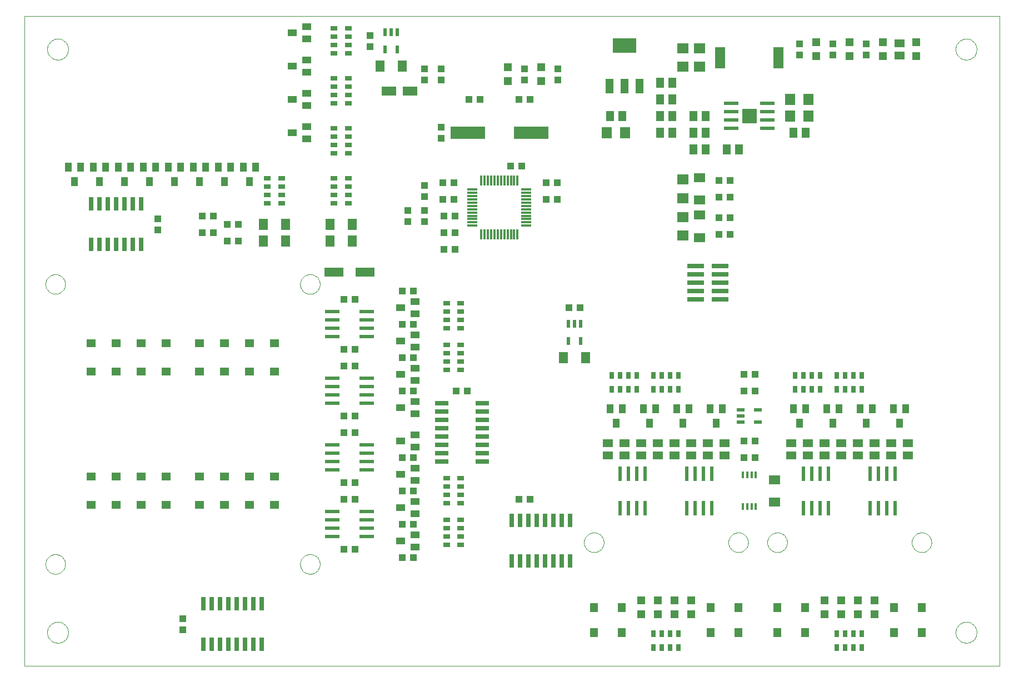
<source format=gtp>
G75*
G70*
%OFA0B0*%
%FSLAX24Y24*%
%IPPOS*%
%LPD*%
%AMOC8*
5,1,8,0,0,1.08239X$1,22.5*
%
%ADD10C,0.0000*%
%ADD11R,0.0551X0.0394*%
%ADD12R,0.0433X0.0295*%
%ADD13R,0.0394X0.0551*%
%ADD14R,0.0551X0.0709*%
%ADD15R,0.0433X0.0394*%
%ADD16R,0.0260X0.0800*%
%ADD17R,0.0394X0.0433*%
%ADD18R,0.0870X0.0240*%
%ADD19R,0.0579X0.0500*%
%ADD20R,0.0591X0.0512*%
%ADD21R,0.0295X0.0433*%
%ADD22R,0.0240X0.0870*%
%ADD23R,0.0500X0.0579*%
%ADD24R,0.0472X0.0472*%
%ADD25R,0.0217X0.0472*%
%ADD26R,0.0906X0.0906*%
%ADD27R,0.0512X0.0591*%
%ADD28R,0.0630X0.1299*%
%ADD29R,0.0630X0.0709*%
%ADD30R,0.0709X0.0630*%
%ADD31R,0.0480X0.0880*%
%ADD32R,0.1417X0.0866*%
%ADD33R,0.0161X0.0402*%
%ADD34R,0.0709X0.0551*%
%ADD35R,0.0472X0.0236*%
%ADD36R,0.0800X0.0260*%
%ADD37R,0.1024X0.0256*%
%ADD38R,0.0118X0.0630*%
%ADD39R,0.0630X0.0118*%
%ADD40R,0.2100X0.0760*%
%ADD41R,0.1181X0.0551*%
%ADD42R,0.0866X0.0551*%
D10*
X000655Y001159D02*
X000655Y040159D01*
X059155Y040159D01*
X059155Y001159D01*
X000655Y001159D01*
X002025Y003159D02*
X002027Y003209D01*
X002033Y003259D01*
X002043Y003308D01*
X002057Y003356D01*
X002074Y003403D01*
X002095Y003448D01*
X002120Y003492D01*
X002148Y003533D01*
X002180Y003572D01*
X002214Y003609D01*
X002251Y003643D01*
X002291Y003673D01*
X002333Y003700D01*
X002377Y003724D01*
X002423Y003745D01*
X002470Y003761D01*
X002518Y003774D01*
X002568Y003783D01*
X002617Y003788D01*
X002668Y003789D01*
X002718Y003786D01*
X002767Y003779D01*
X002816Y003768D01*
X002864Y003753D01*
X002910Y003735D01*
X002955Y003713D01*
X002998Y003687D01*
X003039Y003658D01*
X003078Y003626D01*
X003114Y003591D01*
X003146Y003553D01*
X003176Y003513D01*
X003203Y003470D01*
X003226Y003426D01*
X003245Y003380D01*
X003261Y003332D01*
X003273Y003283D01*
X003281Y003234D01*
X003285Y003184D01*
X003285Y003134D01*
X003281Y003084D01*
X003273Y003035D01*
X003261Y002986D01*
X003245Y002938D01*
X003226Y002892D01*
X003203Y002848D01*
X003176Y002805D01*
X003146Y002765D01*
X003114Y002727D01*
X003078Y002692D01*
X003039Y002660D01*
X002998Y002631D01*
X002955Y002605D01*
X002910Y002583D01*
X002864Y002565D01*
X002816Y002550D01*
X002767Y002539D01*
X002718Y002532D01*
X002668Y002529D01*
X002617Y002530D01*
X002568Y002535D01*
X002518Y002544D01*
X002470Y002557D01*
X002423Y002573D01*
X002377Y002594D01*
X002333Y002618D01*
X002291Y002645D01*
X002251Y002675D01*
X002214Y002709D01*
X002180Y002746D01*
X002148Y002785D01*
X002120Y002826D01*
X002095Y002870D01*
X002074Y002915D01*
X002057Y002962D01*
X002043Y003010D01*
X002033Y003059D01*
X002027Y003109D01*
X002025Y003159D01*
X001926Y007257D02*
X001928Y007305D01*
X001934Y007353D01*
X001944Y007400D01*
X001957Y007446D01*
X001975Y007491D01*
X001995Y007535D01*
X002020Y007577D01*
X002048Y007616D01*
X002078Y007653D01*
X002112Y007687D01*
X002149Y007719D01*
X002187Y007748D01*
X002228Y007773D01*
X002271Y007795D01*
X002316Y007813D01*
X002362Y007827D01*
X002409Y007838D01*
X002457Y007845D01*
X002505Y007848D01*
X002553Y007847D01*
X002601Y007842D01*
X002649Y007833D01*
X002695Y007821D01*
X002740Y007804D01*
X002784Y007784D01*
X002826Y007761D01*
X002866Y007734D01*
X002904Y007704D01*
X002939Y007671D01*
X002971Y007635D01*
X003001Y007597D01*
X003027Y007556D01*
X003049Y007513D01*
X003069Y007469D01*
X003084Y007424D01*
X003096Y007377D01*
X003104Y007329D01*
X003108Y007281D01*
X003108Y007233D01*
X003104Y007185D01*
X003096Y007137D01*
X003084Y007090D01*
X003069Y007045D01*
X003049Y007001D01*
X003027Y006958D01*
X003001Y006917D01*
X002971Y006879D01*
X002939Y006843D01*
X002904Y006810D01*
X002866Y006780D01*
X002826Y006753D01*
X002784Y006730D01*
X002740Y006710D01*
X002695Y006693D01*
X002649Y006681D01*
X002601Y006672D01*
X002553Y006667D01*
X002505Y006666D01*
X002457Y006669D01*
X002409Y006676D01*
X002362Y006687D01*
X002316Y006701D01*
X002271Y006719D01*
X002228Y006741D01*
X002187Y006766D01*
X002149Y006795D01*
X002112Y006827D01*
X002078Y006861D01*
X002048Y006898D01*
X002020Y006937D01*
X001995Y006979D01*
X001975Y007023D01*
X001957Y007068D01*
X001944Y007114D01*
X001934Y007161D01*
X001928Y007209D01*
X001926Y007257D01*
X017202Y007257D02*
X017204Y007305D01*
X017210Y007353D01*
X017220Y007400D01*
X017233Y007446D01*
X017251Y007491D01*
X017271Y007535D01*
X017296Y007577D01*
X017324Y007616D01*
X017354Y007653D01*
X017388Y007687D01*
X017425Y007719D01*
X017463Y007748D01*
X017504Y007773D01*
X017547Y007795D01*
X017592Y007813D01*
X017638Y007827D01*
X017685Y007838D01*
X017733Y007845D01*
X017781Y007848D01*
X017829Y007847D01*
X017877Y007842D01*
X017925Y007833D01*
X017971Y007821D01*
X018016Y007804D01*
X018060Y007784D01*
X018102Y007761D01*
X018142Y007734D01*
X018180Y007704D01*
X018215Y007671D01*
X018247Y007635D01*
X018277Y007597D01*
X018303Y007556D01*
X018325Y007513D01*
X018345Y007469D01*
X018360Y007424D01*
X018372Y007377D01*
X018380Y007329D01*
X018384Y007281D01*
X018384Y007233D01*
X018380Y007185D01*
X018372Y007137D01*
X018360Y007090D01*
X018345Y007045D01*
X018325Y007001D01*
X018303Y006958D01*
X018277Y006917D01*
X018247Y006879D01*
X018215Y006843D01*
X018180Y006810D01*
X018142Y006780D01*
X018102Y006753D01*
X018060Y006730D01*
X018016Y006710D01*
X017971Y006693D01*
X017925Y006681D01*
X017877Y006672D01*
X017829Y006667D01*
X017781Y006666D01*
X017733Y006669D01*
X017685Y006676D01*
X017638Y006687D01*
X017592Y006701D01*
X017547Y006719D01*
X017504Y006741D01*
X017463Y006766D01*
X017425Y006795D01*
X017388Y006827D01*
X017354Y006861D01*
X017324Y006898D01*
X017296Y006937D01*
X017271Y006979D01*
X017251Y007023D01*
X017233Y007068D01*
X017220Y007114D01*
X017210Y007161D01*
X017204Y007209D01*
X017202Y007257D01*
X034233Y008561D02*
X034235Y008609D01*
X034241Y008657D01*
X034251Y008704D01*
X034264Y008750D01*
X034282Y008795D01*
X034302Y008839D01*
X034327Y008881D01*
X034355Y008920D01*
X034385Y008957D01*
X034419Y008991D01*
X034456Y009023D01*
X034494Y009052D01*
X034535Y009077D01*
X034578Y009099D01*
X034623Y009117D01*
X034669Y009131D01*
X034716Y009142D01*
X034764Y009149D01*
X034812Y009152D01*
X034860Y009151D01*
X034908Y009146D01*
X034956Y009137D01*
X035002Y009125D01*
X035047Y009108D01*
X035091Y009088D01*
X035133Y009065D01*
X035173Y009038D01*
X035211Y009008D01*
X035246Y008975D01*
X035278Y008939D01*
X035308Y008901D01*
X035334Y008860D01*
X035356Y008817D01*
X035376Y008773D01*
X035391Y008728D01*
X035403Y008681D01*
X035411Y008633D01*
X035415Y008585D01*
X035415Y008537D01*
X035411Y008489D01*
X035403Y008441D01*
X035391Y008394D01*
X035376Y008349D01*
X035356Y008305D01*
X035334Y008262D01*
X035308Y008221D01*
X035278Y008183D01*
X035246Y008147D01*
X035211Y008114D01*
X035173Y008084D01*
X035133Y008057D01*
X035091Y008034D01*
X035047Y008014D01*
X035002Y007997D01*
X034956Y007985D01*
X034908Y007976D01*
X034860Y007971D01*
X034812Y007970D01*
X034764Y007973D01*
X034716Y007980D01*
X034669Y007991D01*
X034623Y008005D01*
X034578Y008023D01*
X034535Y008045D01*
X034494Y008070D01*
X034456Y008099D01*
X034419Y008131D01*
X034385Y008165D01*
X034355Y008202D01*
X034327Y008241D01*
X034302Y008283D01*
X034282Y008327D01*
X034264Y008372D01*
X034251Y008418D01*
X034241Y008465D01*
X034235Y008513D01*
X034233Y008561D01*
X042895Y008561D02*
X042897Y008609D01*
X042903Y008657D01*
X042913Y008704D01*
X042926Y008750D01*
X042944Y008795D01*
X042964Y008839D01*
X042989Y008881D01*
X043017Y008920D01*
X043047Y008957D01*
X043081Y008991D01*
X043118Y009023D01*
X043156Y009052D01*
X043197Y009077D01*
X043240Y009099D01*
X043285Y009117D01*
X043331Y009131D01*
X043378Y009142D01*
X043426Y009149D01*
X043474Y009152D01*
X043522Y009151D01*
X043570Y009146D01*
X043618Y009137D01*
X043664Y009125D01*
X043709Y009108D01*
X043753Y009088D01*
X043795Y009065D01*
X043835Y009038D01*
X043873Y009008D01*
X043908Y008975D01*
X043940Y008939D01*
X043970Y008901D01*
X043996Y008860D01*
X044018Y008817D01*
X044038Y008773D01*
X044053Y008728D01*
X044065Y008681D01*
X044073Y008633D01*
X044077Y008585D01*
X044077Y008537D01*
X044073Y008489D01*
X044065Y008441D01*
X044053Y008394D01*
X044038Y008349D01*
X044018Y008305D01*
X043996Y008262D01*
X043970Y008221D01*
X043940Y008183D01*
X043908Y008147D01*
X043873Y008114D01*
X043835Y008084D01*
X043795Y008057D01*
X043753Y008034D01*
X043709Y008014D01*
X043664Y007997D01*
X043618Y007985D01*
X043570Y007976D01*
X043522Y007971D01*
X043474Y007970D01*
X043426Y007973D01*
X043378Y007980D01*
X043331Y007991D01*
X043285Y008005D01*
X043240Y008023D01*
X043197Y008045D01*
X043156Y008070D01*
X043118Y008099D01*
X043081Y008131D01*
X043047Y008165D01*
X043017Y008202D01*
X042989Y008241D01*
X042964Y008283D01*
X042944Y008327D01*
X042926Y008372D01*
X042913Y008418D01*
X042903Y008465D01*
X042897Y008513D01*
X042895Y008561D01*
X045233Y008561D02*
X045235Y008609D01*
X045241Y008657D01*
X045251Y008704D01*
X045264Y008750D01*
X045282Y008795D01*
X045302Y008839D01*
X045327Y008881D01*
X045355Y008920D01*
X045385Y008957D01*
X045419Y008991D01*
X045456Y009023D01*
X045494Y009052D01*
X045535Y009077D01*
X045578Y009099D01*
X045623Y009117D01*
X045669Y009131D01*
X045716Y009142D01*
X045764Y009149D01*
X045812Y009152D01*
X045860Y009151D01*
X045908Y009146D01*
X045956Y009137D01*
X046002Y009125D01*
X046047Y009108D01*
X046091Y009088D01*
X046133Y009065D01*
X046173Y009038D01*
X046211Y009008D01*
X046246Y008975D01*
X046278Y008939D01*
X046308Y008901D01*
X046334Y008860D01*
X046356Y008817D01*
X046376Y008773D01*
X046391Y008728D01*
X046403Y008681D01*
X046411Y008633D01*
X046415Y008585D01*
X046415Y008537D01*
X046411Y008489D01*
X046403Y008441D01*
X046391Y008394D01*
X046376Y008349D01*
X046356Y008305D01*
X046334Y008262D01*
X046308Y008221D01*
X046278Y008183D01*
X046246Y008147D01*
X046211Y008114D01*
X046173Y008084D01*
X046133Y008057D01*
X046091Y008034D01*
X046047Y008014D01*
X046002Y007997D01*
X045956Y007985D01*
X045908Y007976D01*
X045860Y007971D01*
X045812Y007970D01*
X045764Y007973D01*
X045716Y007980D01*
X045669Y007991D01*
X045623Y008005D01*
X045578Y008023D01*
X045535Y008045D01*
X045494Y008070D01*
X045456Y008099D01*
X045419Y008131D01*
X045385Y008165D01*
X045355Y008202D01*
X045327Y008241D01*
X045302Y008283D01*
X045282Y008327D01*
X045264Y008372D01*
X045251Y008418D01*
X045241Y008465D01*
X045235Y008513D01*
X045233Y008561D01*
X053895Y008561D02*
X053897Y008609D01*
X053903Y008657D01*
X053913Y008704D01*
X053926Y008750D01*
X053944Y008795D01*
X053964Y008839D01*
X053989Y008881D01*
X054017Y008920D01*
X054047Y008957D01*
X054081Y008991D01*
X054118Y009023D01*
X054156Y009052D01*
X054197Y009077D01*
X054240Y009099D01*
X054285Y009117D01*
X054331Y009131D01*
X054378Y009142D01*
X054426Y009149D01*
X054474Y009152D01*
X054522Y009151D01*
X054570Y009146D01*
X054618Y009137D01*
X054664Y009125D01*
X054709Y009108D01*
X054753Y009088D01*
X054795Y009065D01*
X054835Y009038D01*
X054873Y009008D01*
X054908Y008975D01*
X054940Y008939D01*
X054970Y008901D01*
X054996Y008860D01*
X055018Y008817D01*
X055038Y008773D01*
X055053Y008728D01*
X055065Y008681D01*
X055073Y008633D01*
X055077Y008585D01*
X055077Y008537D01*
X055073Y008489D01*
X055065Y008441D01*
X055053Y008394D01*
X055038Y008349D01*
X055018Y008305D01*
X054996Y008262D01*
X054970Y008221D01*
X054940Y008183D01*
X054908Y008147D01*
X054873Y008114D01*
X054835Y008084D01*
X054795Y008057D01*
X054753Y008034D01*
X054709Y008014D01*
X054664Y007997D01*
X054618Y007985D01*
X054570Y007976D01*
X054522Y007971D01*
X054474Y007970D01*
X054426Y007973D01*
X054378Y007980D01*
X054331Y007991D01*
X054285Y008005D01*
X054240Y008023D01*
X054197Y008045D01*
X054156Y008070D01*
X054118Y008099D01*
X054081Y008131D01*
X054047Y008165D01*
X054017Y008202D01*
X053989Y008241D01*
X053964Y008283D01*
X053944Y008327D01*
X053926Y008372D01*
X053913Y008418D01*
X053903Y008465D01*
X053897Y008513D01*
X053895Y008561D01*
X056525Y003159D02*
X056527Y003209D01*
X056533Y003259D01*
X056543Y003308D01*
X056557Y003356D01*
X056574Y003403D01*
X056595Y003448D01*
X056620Y003492D01*
X056648Y003533D01*
X056680Y003572D01*
X056714Y003609D01*
X056751Y003643D01*
X056791Y003673D01*
X056833Y003700D01*
X056877Y003724D01*
X056923Y003745D01*
X056970Y003761D01*
X057018Y003774D01*
X057068Y003783D01*
X057117Y003788D01*
X057168Y003789D01*
X057218Y003786D01*
X057267Y003779D01*
X057316Y003768D01*
X057364Y003753D01*
X057410Y003735D01*
X057455Y003713D01*
X057498Y003687D01*
X057539Y003658D01*
X057578Y003626D01*
X057614Y003591D01*
X057646Y003553D01*
X057676Y003513D01*
X057703Y003470D01*
X057726Y003426D01*
X057745Y003380D01*
X057761Y003332D01*
X057773Y003283D01*
X057781Y003234D01*
X057785Y003184D01*
X057785Y003134D01*
X057781Y003084D01*
X057773Y003035D01*
X057761Y002986D01*
X057745Y002938D01*
X057726Y002892D01*
X057703Y002848D01*
X057676Y002805D01*
X057646Y002765D01*
X057614Y002727D01*
X057578Y002692D01*
X057539Y002660D01*
X057498Y002631D01*
X057455Y002605D01*
X057410Y002583D01*
X057364Y002565D01*
X057316Y002550D01*
X057267Y002539D01*
X057218Y002532D01*
X057168Y002529D01*
X057117Y002530D01*
X057068Y002535D01*
X057018Y002544D01*
X056970Y002557D01*
X056923Y002573D01*
X056877Y002594D01*
X056833Y002618D01*
X056791Y002645D01*
X056751Y002675D01*
X056714Y002709D01*
X056680Y002746D01*
X056648Y002785D01*
X056620Y002826D01*
X056595Y002870D01*
X056574Y002915D01*
X056557Y002962D01*
X056543Y003010D01*
X056533Y003059D01*
X056527Y003109D01*
X056525Y003159D01*
X017202Y024061D02*
X017204Y024109D01*
X017210Y024157D01*
X017220Y024204D01*
X017233Y024250D01*
X017251Y024295D01*
X017271Y024339D01*
X017296Y024381D01*
X017324Y024420D01*
X017354Y024457D01*
X017388Y024491D01*
X017425Y024523D01*
X017463Y024552D01*
X017504Y024577D01*
X017547Y024599D01*
X017592Y024617D01*
X017638Y024631D01*
X017685Y024642D01*
X017733Y024649D01*
X017781Y024652D01*
X017829Y024651D01*
X017877Y024646D01*
X017925Y024637D01*
X017971Y024625D01*
X018016Y024608D01*
X018060Y024588D01*
X018102Y024565D01*
X018142Y024538D01*
X018180Y024508D01*
X018215Y024475D01*
X018247Y024439D01*
X018277Y024401D01*
X018303Y024360D01*
X018325Y024317D01*
X018345Y024273D01*
X018360Y024228D01*
X018372Y024181D01*
X018380Y024133D01*
X018384Y024085D01*
X018384Y024037D01*
X018380Y023989D01*
X018372Y023941D01*
X018360Y023894D01*
X018345Y023849D01*
X018325Y023805D01*
X018303Y023762D01*
X018277Y023721D01*
X018247Y023683D01*
X018215Y023647D01*
X018180Y023614D01*
X018142Y023584D01*
X018102Y023557D01*
X018060Y023534D01*
X018016Y023514D01*
X017971Y023497D01*
X017925Y023485D01*
X017877Y023476D01*
X017829Y023471D01*
X017781Y023470D01*
X017733Y023473D01*
X017685Y023480D01*
X017638Y023491D01*
X017592Y023505D01*
X017547Y023523D01*
X017504Y023545D01*
X017463Y023570D01*
X017425Y023599D01*
X017388Y023631D01*
X017354Y023665D01*
X017324Y023702D01*
X017296Y023741D01*
X017271Y023783D01*
X017251Y023827D01*
X017233Y023872D01*
X017220Y023918D01*
X017210Y023965D01*
X017204Y024013D01*
X017202Y024061D01*
X001926Y024061D02*
X001928Y024109D01*
X001934Y024157D01*
X001944Y024204D01*
X001957Y024250D01*
X001975Y024295D01*
X001995Y024339D01*
X002020Y024381D01*
X002048Y024420D01*
X002078Y024457D01*
X002112Y024491D01*
X002149Y024523D01*
X002187Y024552D01*
X002228Y024577D01*
X002271Y024599D01*
X002316Y024617D01*
X002362Y024631D01*
X002409Y024642D01*
X002457Y024649D01*
X002505Y024652D01*
X002553Y024651D01*
X002601Y024646D01*
X002649Y024637D01*
X002695Y024625D01*
X002740Y024608D01*
X002784Y024588D01*
X002826Y024565D01*
X002866Y024538D01*
X002904Y024508D01*
X002939Y024475D01*
X002971Y024439D01*
X003001Y024401D01*
X003027Y024360D01*
X003049Y024317D01*
X003069Y024273D01*
X003084Y024228D01*
X003096Y024181D01*
X003104Y024133D01*
X003108Y024085D01*
X003108Y024037D01*
X003104Y023989D01*
X003096Y023941D01*
X003084Y023894D01*
X003069Y023849D01*
X003049Y023805D01*
X003027Y023762D01*
X003001Y023721D01*
X002971Y023683D01*
X002939Y023647D01*
X002904Y023614D01*
X002866Y023584D01*
X002826Y023557D01*
X002784Y023534D01*
X002740Y023514D01*
X002695Y023497D01*
X002649Y023485D01*
X002601Y023476D01*
X002553Y023471D01*
X002505Y023470D01*
X002457Y023473D01*
X002409Y023480D01*
X002362Y023491D01*
X002316Y023505D01*
X002271Y023523D01*
X002228Y023545D01*
X002187Y023570D01*
X002149Y023599D01*
X002112Y023631D01*
X002078Y023665D01*
X002048Y023702D01*
X002020Y023741D01*
X001995Y023783D01*
X001975Y023827D01*
X001957Y023872D01*
X001944Y023918D01*
X001934Y023965D01*
X001928Y024013D01*
X001926Y024061D01*
X002025Y038159D02*
X002027Y038209D01*
X002033Y038259D01*
X002043Y038308D01*
X002057Y038356D01*
X002074Y038403D01*
X002095Y038448D01*
X002120Y038492D01*
X002148Y038533D01*
X002180Y038572D01*
X002214Y038609D01*
X002251Y038643D01*
X002291Y038673D01*
X002333Y038700D01*
X002377Y038724D01*
X002423Y038745D01*
X002470Y038761D01*
X002518Y038774D01*
X002568Y038783D01*
X002617Y038788D01*
X002668Y038789D01*
X002718Y038786D01*
X002767Y038779D01*
X002816Y038768D01*
X002864Y038753D01*
X002910Y038735D01*
X002955Y038713D01*
X002998Y038687D01*
X003039Y038658D01*
X003078Y038626D01*
X003114Y038591D01*
X003146Y038553D01*
X003176Y038513D01*
X003203Y038470D01*
X003226Y038426D01*
X003245Y038380D01*
X003261Y038332D01*
X003273Y038283D01*
X003281Y038234D01*
X003285Y038184D01*
X003285Y038134D01*
X003281Y038084D01*
X003273Y038035D01*
X003261Y037986D01*
X003245Y037938D01*
X003226Y037892D01*
X003203Y037848D01*
X003176Y037805D01*
X003146Y037765D01*
X003114Y037727D01*
X003078Y037692D01*
X003039Y037660D01*
X002998Y037631D01*
X002955Y037605D01*
X002910Y037583D01*
X002864Y037565D01*
X002816Y037550D01*
X002767Y037539D01*
X002718Y037532D01*
X002668Y037529D01*
X002617Y037530D01*
X002568Y037535D01*
X002518Y037544D01*
X002470Y037557D01*
X002423Y037573D01*
X002377Y037594D01*
X002333Y037618D01*
X002291Y037645D01*
X002251Y037675D01*
X002214Y037709D01*
X002180Y037746D01*
X002148Y037785D01*
X002120Y037826D01*
X002095Y037870D01*
X002074Y037915D01*
X002057Y037962D01*
X002043Y038010D01*
X002033Y038059D01*
X002027Y038109D01*
X002025Y038159D01*
X056525Y038159D02*
X056527Y038209D01*
X056533Y038259D01*
X056543Y038308D01*
X056557Y038356D01*
X056574Y038403D01*
X056595Y038448D01*
X056620Y038492D01*
X056648Y038533D01*
X056680Y038572D01*
X056714Y038609D01*
X056751Y038643D01*
X056791Y038673D01*
X056833Y038700D01*
X056877Y038724D01*
X056923Y038745D01*
X056970Y038761D01*
X057018Y038774D01*
X057068Y038783D01*
X057117Y038788D01*
X057168Y038789D01*
X057218Y038786D01*
X057267Y038779D01*
X057316Y038768D01*
X057364Y038753D01*
X057410Y038735D01*
X057455Y038713D01*
X057498Y038687D01*
X057539Y038658D01*
X057578Y038626D01*
X057614Y038591D01*
X057646Y038553D01*
X057676Y038513D01*
X057703Y038470D01*
X057726Y038426D01*
X057745Y038380D01*
X057761Y038332D01*
X057773Y038283D01*
X057781Y038234D01*
X057785Y038184D01*
X057785Y038134D01*
X057781Y038084D01*
X057773Y038035D01*
X057761Y037986D01*
X057745Y037938D01*
X057726Y037892D01*
X057703Y037848D01*
X057676Y037805D01*
X057646Y037765D01*
X057614Y037727D01*
X057578Y037692D01*
X057539Y037660D01*
X057498Y037631D01*
X057455Y037605D01*
X057410Y037583D01*
X057364Y037565D01*
X057316Y037550D01*
X057267Y037539D01*
X057218Y037532D01*
X057168Y037529D01*
X057117Y037530D01*
X057068Y037535D01*
X057018Y037544D01*
X056970Y037557D01*
X056923Y037573D01*
X056877Y037594D01*
X056833Y037618D01*
X056791Y037645D01*
X056751Y037675D01*
X056714Y037709D01*
X056680Y037746D01*
X056648Y037785D01*
X056620Y037826D01*
X056595Y037870D01*
X056574Y037915D01*
X056557Y037962D01*
X056543Y038010D01*
X056533Y038059D01*
X056527Y038109D01*
X056525Y038159D01*
D11*
X024088Y023033D03*
X024088Y022285D03*
X023222Y022659D03*
X024088Y021033D03*
X024088Y020285D03*
X023222Y020659D03*
X024088Y019033D03*
X024088Y018285D03*
X023222Y018659D03*
X024088Y017033D03*
X024088Y016285D03*
X023222Y016659D03*
X024088Y015033D03*
X024088Y014285D03*
X023222Y014659D03*
X024088Y013033D03*
X024088Y012285D03*
X023222Y012659D03*
X024088Y011033D03*
X024088Y010285D03*
X023222Y010659D03*
X024088Y009033D03*
X024088Y008285D03*
X023222Y008659D03*
X017588Y032785D03*
X017588Y033533D03*
X016722Y033159D03*
X017588Y034785D03*
X017588Y035533D03*
X016722Y035159D03*
X017588Y036785D03*
X017588Y037533D03*
X016722Y037159D03*
X017588Y038785D03*
X017588Y039533D03*
X016722Y039159D03*
D12*
X019234Y038909D03*
X019234Y039409D03*
X020076Y039409D03*
X020076Y038909D03*
X020076Y038409D03*
X020076Y037909D03*
X019234Y037909D03*
X019234Y038409D03*
X019234Y036409D03*
X019234Y035909D03*
X019234Y035409D03*
X019234Y034909D03*
X020076Y034909D03*
X020076Y035409D03*
X020076Y035909D03*
X020076Y036409D03*
X020076Y033409D03*
X020076Y032909D03*
X020076Y032409D03*
X019234Y032409D03*
X019234Y032909D03*
X019234Y033409D03*
X019234Y031909D03*
X020076Y031909D03*
X020076Y030409D03*
X020076Y029909D03*
X019234Y029909D03*
X019234Y030409D03*
X019234Y029409D03*
X019234Y028909D03*
X020076Y028909D03*
X020076Y029409D03*
X016076Y029409D03*
X016076Y028909D03*
X015234Y028909D03*
X015234Y029409D03*
X015234Y029909D03*
X015234Y030409D03*
X016076Y030409D03*
X016076Y029909D03*
X025984Y022909D03*
X025984Y022409D03*
X025984Y021909D03*
X025984Y021409D03*
X026826Y021409D03*
X026826Y021909D03*
X026826Y022409D03*
X026826Y022909D03*
X026826Y020409D03*
X026826Y019909D03*
X026826Y019409D03*
X026826Y018909D03*
X025984Y018909D03*
X025984Y019409D03*
X025984Y019909D03*
X025984Y020409D03*
X025984Y012409D03*
X025984Y011909D03*
X026826Y011909D03*
X026826Y012409D03*
X026826Y011409D03*
X026826Y010909D03*
X025984Y010909D03*
X025984Y011409D03*
X025984Y009909D03*
X026826Y009909D03*
X026826Y009409D03*
X026826Y008909D03*
X026826Y008409D03*
X025984Y008409D03*
X025984Y008909D03*
X025984Y009409D03*
D13*
X036155Y015726D03*
X035781Y016592D03*
X036529Y016592D03*
X037781Y016592D03*
X038529Y016592D03*
X038155Y015726D03*
X039781Y016592D03*
X040529Y016592D03*
X040155Y015726D03*
X041781Y016592D03*
X042529Y016592D03*
X042155Y015726D03*
X046781Y016592D03*
X047529Y016592D03*
X047155Y015726D03*
X048781Y016592D03*
X049529Y016592D03*
X049155Y015726D03*
X050781Y016592D03*
X051529Y016592D03*
X051155Y015726D03*
X052781Y016592D03*
X053529Y016592D03*
X053155Y015726D03*
X014529Y031092D03*
X013781Y031092D03*
X013029Y031092D03*
X012281Y031092D03*
X011529Y031092D03*
X010781Y031092D03*
X010029Y031092D03*
X009281Y031092D03*
X008529Y031092D03*
X007781Y031092D03*
X007029Y031092D03*
X006281Y031092D03*
X005529Y031092D03*
X004781Y031092D03*
X004029Y031092D03*
X003281Y031092D03*
X003655Y030226D03*
X005155Y030226D03*
X006655Y030226D03*
X008155Y030226D03*
X009655Y030226D03*
X011155Y030226D03*
X012655Y030226D03*
X014155Y030226D03*
D14*
X014986Y027659D03*
X014986Y026659D03*
X016324Y026659D03*
X016324Y027659D03*
X018986Y027659D03*
X018986Y026659D03*
X020324Y026659D03*
X020324Y027659D03*
X032986Y019659D03*
X034324Y019659D03*
X023324Y037159D03*
X021986Y037159D03*
D15*
X024655Y036994D03*
X025655Y036994D03*
X025655Y036324D03*
X024655Y036324D03*
X027320Y035159D03*
X027990Y035159D03*
X030320Y035159D03*
X030990Y035159D03*
X030655Y036324D03*
X030655Y036994D03*
X032655Y036994D03*
X032655Y036324D03*
X032615Y030159D03*
X031945Y030159D03*
X031945Y029159D03*
X032615Y029159D03*
X026427Y029159D03*
X025758Y029159D03*
X025758Y030159D03*
X026427Y030159D03*
X024655Y029994D03*
X024655Y029324D03*
X024655Y028494D03*
X024655Y027824D03*
X025820Y028159D03*
X026490Y028159D03*
X033320Y022659D03*
X033990Y022659D03*
X027240Y017659D03*
X026570Y017659D03*
X030320Y011159D03*
X030990Y011159D03*
X043820Y013659D03*
X044490Y013659D03*
X044490Y017659D03*
X043820Y017659D03*
X047155Y037824D03*
X047155Y038494D03*
X049155Y038494D03*
X049155Y037824D03*
X051155Y037824D03*
X051155Y038494D03*
X013490Y027659D03*
X012820Y027659D03*
X011990Y027159D03*
X012820Y026659D03*
X013490Y026659D03*
X011990Y028159D03*
X011320Y028159D03*
X011320Y027159D03*
D16*
X007655Y026449D03*
X007155Y026449D03*
X006655Y026449D03*
X006155Y026449D03*
X005655Y026449D03*
X005155Y026449D03*
X004655Y026449D03*
X004655Y028869D03*
X005155Y028869D03*
X005655Y028869D03*
X006155Y028869D03*
X006655Y028869D03*
X007155Y028869D03*
X007655Y028869D03*
X029905Y009869D03*
X030405Y009869D03*
X030905Y009869D03*
X031405Y009869D03*
X031905Y009869D03*
X032405Y009869D03*
X032905Y009869D03*
X033405Y009869D03*
X033405Y007449D03*
X032905Y007449D03*
X032405Y007449D03*
X031905Y007449D03*
X031405Y007449D03*
X030905Y007449D03*
X030405Y007449D03*
X029905Y007449D03*
X014905Y004869D03*
X014405Y004869D03*
X013905Y004869D03*
X013405Y004869D03*
X012905Y004869D03*
X012405Y004869D03*
X011905Y004869D03*
X011405Y004869D03*
X011405Y002449D03*
X011905Y002449D03*
X012405Y002449D03*
X012905Y002449D03*
X013405Y002449D03*
X013905Y002449D03*
X014405Y002449D03*
X014905Y002449D03*
D17*
X010155Y003324D03*
X010155Y003994D03*
X019820Y008159D03*
X020490Y008159D03*
X023320Y007659D03*
X023990Y007659D03*
X023990Y009659D03*
X023320Y009659D03*
X020490Y011159D03*
X019820Y011159D03*
X019820Y012159D03*
X020490Y012159D03*
X023320Y011659D03*
X023990Y011659D03*
X023990Y013659D03*
X023320Y013659D03*
X020490Y015159D03*
X019820Y015159D03*
X019820Y016159D03*
X020490Y016159D03*
X023320Y017659D03*
X023990Y017659D03*
X023990Y019659D03*
X023320Y019659D03*
X020490Y019159D03*
X019820Y019159D03*
X019820Y020159D03*
X020490Y020159D03*
X023320Y021659D03*
X023990Y021659D03*
X023990Y023659D03*
X023320Y023659D03*
X020490Y023159D03*
X019820Y023159D03*
X025820Y026159D03*
X026490Y026159D03*
X026490Y027159D03*
X025820Y027159D03*
X023655Y027824D03*
X023655Y028494D03*
X029820Y031159D03*
X030490Y031159D03*
X025655Y032824D03*
X025655Y033494D03*
X021405Y038324D03*
X021405Y038994D03*
X008655Y027994D03*
X008655Y027324D03*
X042320Y027034D03*
X042990Y027034D03*
X042990Y028034D03*
X042320Y028034D03*
X042320Y029284D03*
X042990Y029284D03*
X042990Y030284D03*
X042320Y030284D03*
X043820Y018659D03*
X044490Y018659D03*
X044490Y014659D03*
X043820Y014659D03*
D18*
X021185Y014409D03*
X021185Y013909D03*
X021185Y013409D03*
X021185Y012909D03*
X019125Y012909D03*
X019125Y013409D03*
X019125Y013909D03*
X019125Y014409D03*
X019125Y016909D03*
X019125Y017409D03*
X019125Y017909D03*
X019125Y018409D03*
X021185Y018409D03*
X021185Y017909D03*
X021185Y017409D03*
X021185Y016909D03*
X021185Y020909D03*
X021185Y021409D03*
X021185Y021909D03*
X021185Y022409D03*
X019125Y022409D03*
X019125Y021909D03*
X019125Y021409D03*
X019125Y020909D03*
X019125Y010409D03*
X019125Y009909D03*
X019125Y009409D03*
X019125Y008909D03*
X021185Y008909D03*
X021185Y009409D03*
X021185Y009909D03*
X021185Y010409D03*
X043072Y033409D03*
X043072Y033909D03*
X043072Y034409D03*
X043072Y034909D03*
X045238Y034909D03*
X045238Y034409D03*
X045238Y033909D03*
X045238Y033409D03*
D19*
X015655Y020506D03*
X014155Y020506D03*
X012655Y020506D03*
X011155Y020506D03*
X009155Y020506D03*
X007655Y020506D03*
X006155Y020506D03*
X004655Y020506D03*
X004655Y018813D03*
X006155Y018813D03*
X007655Y018813D03*
X009155Y018813D03*
X011155Y018813D03*
X012655Y018813D03*
X014155Y018813D03*
X015655Y018813D03*
X015655Y012506D03*
X014155Y012506D03*
X012655Y012506D03*
X011155Y012506D03*
X009155Y012506D03*
X007655Y012506D03*
X006155Y012506D03*
X004655Y012506D03*
X004655Y010813D03*
X006155Y010813D03*
X007655Y010813D03*
X009155Y010813D03*
X011155Y010813D03*
X012655Y010813D03*
X014155Y010813D03*
X015655Y010813D03*
D20*
X035655Y013785D03*
X035655Y014533D03*
X036655Y014533D03*
X037655Y014533D03*
X037655Y013785D03*
X036655Y013785D03*
X038655Y013785D03*
X038655Y014533D03*
X039655Y014533D03*
X040655Y014533D03*
X040655Y013785D03*
X039655Y013785D03*
X041655Y013785D03*
X041655Y014533D03*
X042655Y014533D03*
X042655Y013785D03*
X046655Y013785D03*
X047655Y013785D03*
X047655Y014533D03*
X046655Y014533D03*
X048655Y014533D03*
X048655Y013785D03*
X049655Y013785D03*
X050655Y013785D03*
X050655Y014533D03*
X049655Y014533D03*
X051655Y014533D03*
X051655Y013785D03*
X052655Y013785D03*
X053655Y013785D03*
X053655Y014533D03*
X052655Y014533D03*
X053155Y037785D03*
X053155Y038533D03*
D21*
X050905Y018580D03*
X050405Y018580D03*
X049905Y018580D03*
X049405Y018580D03*
X049405Y017738D03*
X049905Y017738D03*
X050405Y017738D03*
X050905Y017738D03*
X048405Y017738D03*
X047905Y017738D03*
X047405Y017738D03*
X046905Y017738D03*
X046905Y018580D03*
X047405Y018580D03*
X047905Y018580D03*
X048405Y018580D03*
X039905Y018580D03*
X039405Y018580D03*
X038905Y018580D03*
X038405Y018580D03*
X038405Y017738D03*
X038905Y017738D03*
X039405Y017738D03*
X039905Y017738D03*
X037405Y017738D03*
X036905Y017738D03*
X036405Y017738D03*
X035905Y017738D03*
X035905Y018580D03*
X036405Y018580D03*
X036905Y018580D03*
X037405Y018580D03*
X038405Y003080D03*
X038905Y003080D03*
X039405Y003080D03*
X039905Y003080D03*
X039905Y002238D03*
X039405Y002238D03*
X038905Y002238D03*
X038405Y002238D03*
X049405Y002238D03*
X049905Y002238D03*
X050405Y002238D03*
X050905Y002238D03*
X050905Y003080D03*
X050405Y003080D03*
X049905Y003080D03*
X049405Y003080D03*
D22*
X048905Y010629D03*
X048405Y010629D03*
X047905Y010629D03*
X047405Y010629D03*
X047405Y012689D03*
X047905Y012689D03*
X048405Y012689D03*
X048905Y012689D03*
X051405Y012689D03*
X051905Y012689D03*
X052405Y012689D03*
X052905Y012689D03*
X052905Y010629D03*
X052405Y010629D03*
X051905Y010629D03*
X051405Y010629D03*
X041905Y010629D03*
X041405Y010629D03*
X040905Y010629D03*
X040405Y010629D03*
X037905Y010629D03*
X037405Y010629D03*
X036905Y010629D03*
X036405Y010629D03*
X036405Y012689D03*
X036905Y012689D03*
X037405Y012689D03*
X037905Y012689D03*
X040405Y012689D03*
X040905Y012689D03*
X041405Y012689D03*
X041905Y012689D03*
D23*
X041809Y004659D03*
X043502Y004659D03*
X043502Y003159D03*
X041809Y003159D03*
X045809Y003159D03*
X047502Y003159D03*
X047502Y004659D03*
X045809Y004659D03*
X052809Y004659D03*
X054502Y004659D03*
X054502Y003159D03*
X052809Y003159D03*
X036502Y003159D03*
X034809Y003159D03*
X034809Y004659D03*
X036502Y004659D03*
D24*
X037655Y004246D03*
X037655Y005072D03*
X038655Y005072D03*
X038655Y004246D03*
X039655Y004246D03*
X040655Y004246D03*
X040655Y005072D03*
X039655Y005072D03*
X048655Y005072D03*
X048655Y004246D03*
X049655Y004246D03*
X050655Y004246D03*
X050655Y005072D03*
X049655Y005072D03*
X051655Y005072D03*
X051655Y004246D03*
X031655Y036246D03*
X031655Y037072D03*
X029655Y037072D03*
X029655Y036246D03*
X048155Y037746D03*
X048155Y038572D03*
X050155Y038572D03*
X050155Y037746D03*
X052155Y037746D03*
X052155Y038572D03*
X054155Y038572D03*
X054155Y037746D03*
D25*
X034029Y021671D03*
X033655Y021671D03*
X033281Y021671D03*
X033281Y020647D03*
X034029Y020647D03*
X023029Y038147D03*
X022281Y038147D03*
X022281Y039171D03*
X022655Y039171D03*
X023029Y039171D03*
D26*
X044155Y034159D03*
D27*
X041529Y034159D03*
X040781Y034159D03*
X039529Y034159D03*
X038781Y034159D03*
X038781Y035159D03*
X039529Y035159D03*
X039529Y036159D03*
X038781Y036159D03*
X036529Y034159D03*
X035781Y034159D03*
X038781Y033159D03*
X039529Y033159D03*
X040781Y033159D03*
X041529Y033159D03*
X041529Y032159D03*
X040781Y032159D03*
X042781Y032159D03*
X043529Y032159D03*
X046781Y033159D03*
X047529Y033159D03*
D28*
X045907Y037659D03*
X042403Y037659D03*
D29*
X046604Y035159D03*
X046604Y034159D03*
X047706Y034159D03*
X047706Y035159D03*
X036706Y033159D03*
X035604Y033159D03*
D30*
X040155Y030335D03*
X040155Y029233D03*
X040155Y028085D03*
X040155Y026983D03*
X040155Y037108D03*
X041155Y037108D03*
X041155Y038210D03*
X040155Y038210D03*
D31*
X037565Y035939D03*
X036655Y035939D03*
X035745Y035939D03*
D32*
X036655Y038379D03*
D33*
X043771Y012604D03*
X044027Y012604D03*
X044283Y012604D03*
X044539Y012604D03*
X044539Y010714D03*
X044283Y010714D03*
X044027Y010714D03*
X043771Y010714D03*
D34*
X045655Y010990D03*
X045655Y012328D03*
X041155Y026865D03*
X041155Y028203D03*
X041155Y029115D03*
X041155Y030453D03*
D35*
X043641Y016533D03*
X043641Y016159D03*
X043641Y015785D03*
X044669Y015785D03*
X044669Y016533D03*
D36*
X028115Y016409D03*
X028115Y016909D03*
X028115Y015909D03*
X028115Y015409D03*
X028115Y014909D03*
X028115Y014409D03*
X028115Y013909D03*
X028115Y013409D03*
X025695Y013409D03*
X025695Y013909D03*
X025695Y014409D03*
X025695Y014909D03*
X025695Y015409D03*
X025695Y015909D03*
X025695Y016409D03*
X025695Y016909D03*
D37*
X040927Y023159D03*
X040927Y023659D03*
X040927Y024159D03*
X040927Y024659D03*
X040927Y025159D03*
X042383Y025159D03*
X042383Y024659D03*
X042383Y024159D03*
X042383Y023659D03*
X042383Y023159D03*
D38*
X030238Y027045D03*
X030041Y027045D03*
X029844Y027045D03*
X029647Y027045D03*
X029450Y027045D03*
X029254Y027045D03*
X029057Y027045D03*
X028860Y027045D03*
X028663Y027045D03*
X028466Y027045D03*
X028269Y027045D03*
X028072Y027045D03*
X028072Y030273D03*
X028269Y030273D03*
X028466Y030273D03*
X028663Y030273D03*
X028860Y030273D03*
X029057Y030273D03*
X029254Y030273D03*
X029450Y030273D03*
X029647Y030273D03*
X029844Y030273D03*
X030041Y030273D03*
X030238Y030273D03*
D39*
X030769Y029742D03*
X030769Y029545D03*
X030769Y029348D03*
X030769Y029151D03*
X030769Y028954D03*
X030769Y028757D03*
X030769Y028561D03*
X030769Y028364D03*
X030769Y028167D03*
X030769Y027970D03*
X030769Y027773D03*
X030769Y027576D03*
X027541Y027576D03*
X027541Y027773D03*
X027541Y027970D03*
X027541Y028167D03*
X027541Y028364D03*
X027541Y028561D03*
X027541Y028757D03*
X027541Y028954D03*
X027541Y029151D03*
X027541Y029348D03*
X027541Y029545D03*
X027541Y029742D03*
D40*
X027255Y033159D03*
X031055Y033159D03*
D41*
X021100Y024784D03*
X019210Y024784D03*
D42*
X022525Y035659D03*
X023785Y035659D03*
M02*

</source>
